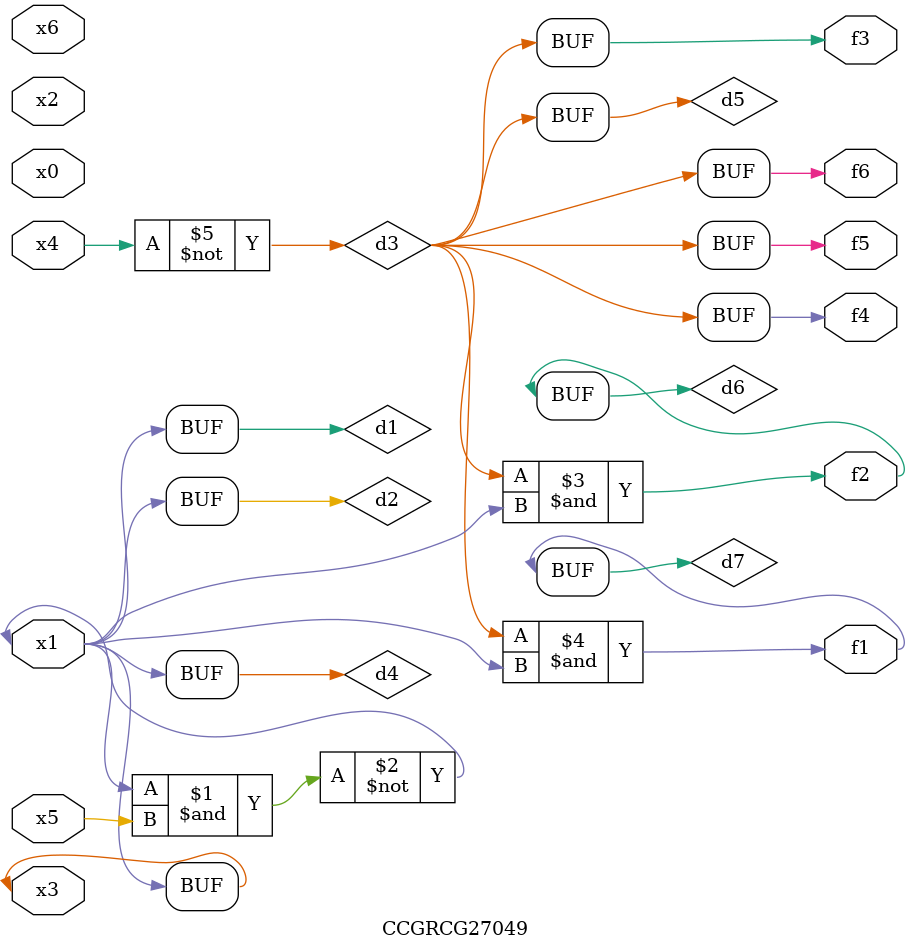
<source format=v>
module CCGRCG27049(
	input x0, x1, x2, x3, x4, x5, x6,
	output f1, f2, f3, f4, f5, f6
);

	wire d1, d2, d3, d4, d5, d6, d7;

	buf (d1, x1, x3);
	nand (d2, x1, x5);
	not (d3, x4);
	buf (d4, d1, d2);
	buf (d5, d3);
	and (d6, d3, d4);
	and (d7, d3, d4);
	assign f1 = d7;
	assign f2 = d6;
	assign f3 = d5;
	assign f4 = d5;
	assign f5 = d5;
	assign f6 = d5;
endmodule

</source>
